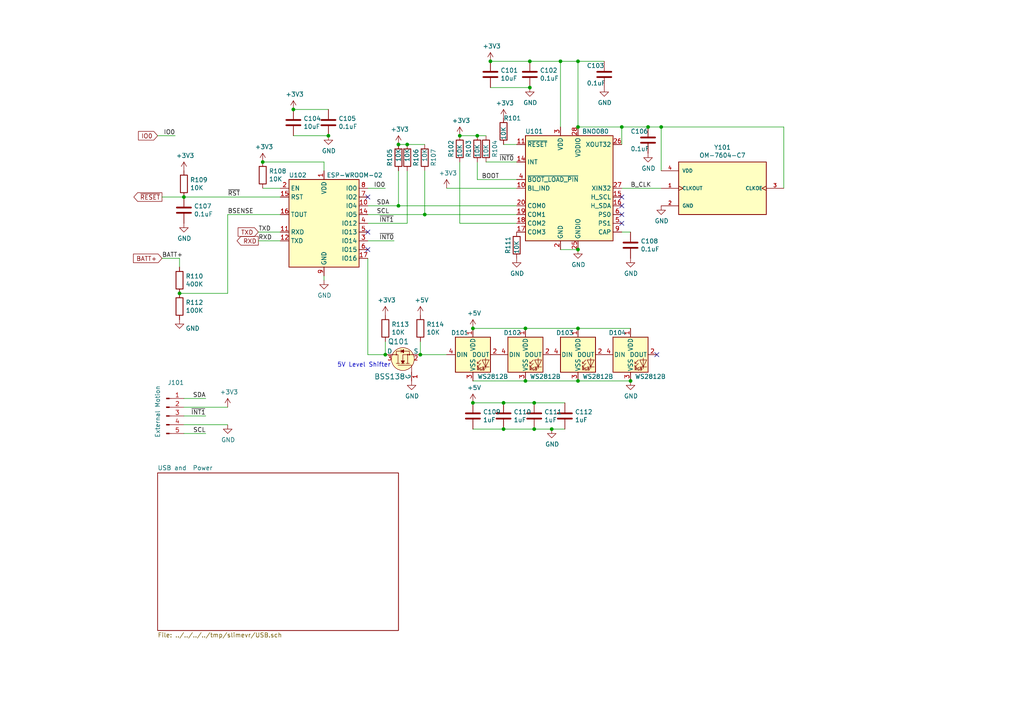
<source format=kicad_sch>
(kicad_sch (version 20230121) (generator eeschema)
  (paper "A4")
  (title_block (title "Slime VR Motion Tracker") (date "2022-01-10") (rev "0.9"))
  (lib_symbols
    (symbol "Device:C" (pin_numbers hide) (pin_names (offset 0.254))
      (property "Reference" "C" (at 0.635 2.54 0))
      (property "Value" "C" (at 0.635 -2.54 0))
      (symbol "C_0_1"
        (polyline (pts (xy -2.032 -0.762) (xy 2.032 -0.762)) (stroke (width 0.508)))
        (polyline (pts (xy -2.032 0.762) (xy 2.032 0.762)) (stroke (width 0.508)))
      )
      (symbol "C_1_1"
        (pin passive line (at 0 3.81 270) (length 2.794) (name "~") (number "1"))
        (pin passive line (at 0 -3.81 90) (length 2.794) (name "~") (number "2"))
      )
    )
    (symbol "Device:R" (pin_numbers hide) (pin_names (offset 0))
      (property "Reference" "R" (at 2.032 0 90))
      (property "Value" "R" (at 0 0 90))
      (symbol "R_0_1"
        (rectangle (start -1.016 -2.54) (end 1.016 2.54) (stroke (width 0.254)))
      )
      (symbol "R_1_1"
        (pin passive line (at 0 3.81 270) (length 1.27) (name "~") (number "1"))
        (pin passive line (at 0 -3.81 90) (length 1.27) (name "~") (number "2"))
      )
    )
    (symbol "LED:WS2812B" (pin_names (offset 0.254))
      (property "Reference" "D" (at 5.08 5.715 0))
      (property "Value" "WS2812B" (at 1.27 -5.715 0))
      (symbol "WS2812B_0_0"
        (text "RGB" (at 2.286 -4.191 0) (effects (font (size 0.762 0.762))))
      )
      (symbol "WS2812B_0_1"
        (polyline (pts (xy 1.27 -3.556) (xy 1.778 -3.556)))
        (polyline (pts (xy 1.27 -2.54) (xy 1.778 -2.54)))
        (polyline (pts (xy 4.699 -3.556) (xy 2.667 -3.556)))
        (polyline (pts (xy 2.286 -2.54) (xy 1.27 -3.556) (xy 1.27 -3.048)))
        (polyline (pts (xy 2.286 -1.524) (xy 1.27 -2.54) (xy 1.27 -2.032)))
        (polyline (pts (xy 3.683 -1.016) (xy 3.683 -3.556) (xy 3.683 -4.064)))
        (polyline (pts (xy 4.699 -1.524) (xy 2.667 -1.524) (xy 3.683 -3.556) (xy 4.699 -1.524)))
        (rectangle (start 5.08 5.08) (end -5.08 -5.08) (stroke (width 0.254)) (fill (type background)))
      )
      (symbol "WS2812B_1_1"
        (pin power_in line (at 0 7.62 270) (length 2.54) (name "VDD") (number "1"))
        (pin output line (at 7.62 0 180) (length 2.54) (name "DOUT") (number "2"))
        (pin power_in line (at 0 -7.62 90) (length 2.54) (name "VSS") (number "3"))
        (pin input line (at -7.62 0 0) (length 2.54) (name "DIN") (number "4"))
      )
    )
    (symbol "RF_Module:ESP-WROOM-02"
      (property "Reference" "U" (at -7.62 13.97 0))
      (property "Value" "ESP-WROOM-02" (at 10.16 13.97 0))
      (symbol "ESP-WROOM-02_0_1"
        (rectangle (start 10.16 12.7) (end -10.16 -12.7) (stroke (width 0.254)) (fill (type background)))
      )
      (symbol "ESP-WROOM-02_1_1"
        (pin power_in line (at 0 15.24 270) (length 2.54) (name "VDD") (number "1"))
        (pin bidirectional line (at 12.7 5.08 180) (length 2.54) (name "IO4") (number "10"))
        (pin bidirectional line (at -12.7 -2.54 0) (length 2.54) (name "RXD") (number "11"))
        (pin bidirectional line (at -12.7 -5.08 0) (length 2.54) (name "TXD") (number "12"))
        (pin passive line (at 0 -15.24 90) (length 2.54) hide (name "GND") (number "13"))
        (pin bidirectional line (at 12.7 2.54 180) (length 2.54) (name "IO5") (number "14"))
        (pin input line (at -12.7 7.62 0) (length 2.54) (name "RST") (number "15"))
        (pin input line (at -12.7 2.54 0) (length 2.54) (name "TOUT") (number "16"))
        (pin bidirectional line (at 12.7 -10.16 180) (length 2.54) (name "IO16") (number "17"))
        (pin passive line (at 0 -15.24 90) (length 2.54) hide (name "GND") (number "18"))
        (pin passive line (at 0 -15.24 90) (length 2.54) hide (name "GND") (number "19"))
        (pin input line (at -12.7 10.16 0) (length 2.54) (name "EN") (number "2"))
        (pin bidirectional line (at 12.7 -5.08 180) (length 2.54) (name "IO14") (number "3"))
        (pin bidirectional line (at 12.7 0 180) (length 2.54) (name "IO12") (number "4"))
        (pin bidirectional line (at 12.7 -2.54 180) (length 2.54) (name "IO13") (number "5"))
        (pin bidirectional line (at 12.7 -7.62 180) (length 2.54) (name "IO15") (number "6"))
        (pin bidirectional line (at 12.7 7.62 180) (length 2.54) (name "IO2") (number "7"))
        (pin bidirectional line (at 12.7 10.16 180) (length 2.54) (name "IO0") (number "8"))
        (pin power_in line (at 0 -15.24 90) (length 2.54) (name "GND") (number "9"))
      )
    )
    (symbol "power:+5V" (power) (pin_names (offset 0))
      (property "Value" "+5V" (at 0 3.556 0))
      (symbol "+5V_0_1"
        (polyline (pts (xy -0.762 1.27) (xy 0 2.54)))
        (polyline (pts (xy 0 0) (xy 0 2.54)))
        (polyline (pts (xy 0 2.54) (xy 0.762 1.27)))
      )
      (symbol "+5V_1_1"
        (pin power_in line (at 0 0 90) (length 0) hide (name "+5V") (number "1"))
      )
    )
    (symbol "power:GND" (power) (pin_names (offset 0))
      (property "Value" "GND" (at 0 -3.81 0))
      (symbol "GND_0_1"
        (polyline (pts (xy 0 0) (xy 0 -1.27) (xy 1.27 -1.27) (xy 0 -2.54) (xy -1.27 -1.27) (xy 0 -1.27)))
      )
      (symbol "GND_1_1"
        (pin power_in line (at 0 0 270) (length 0) hide (name "GND") (number "1"))
      )
    )
    (symbol "slimevr-rescue:+3.3V-power" (power) (pin_names (offset 0))
      (property "Value" "+3.3V-power" (at 0 3.556 0))
      (symbol "+3.3V-power_0_1"
        (polyline (pts (xy -0.762 1.27) (xy 0 2.54)))
        (polyline (pts (xy 0 0) (xy 0 2.54)))
        (polyline (pts (xy 0 2.54) (xy 0.762 1.27)))
      )
      (symbol "+3.3V-power_1_1"
        (pin power_in line (at 0 0 90) (length 0) hide (name "+3V3") (number "1"))
      )
    )
    (symbol "slimevr-rescue:BNO080-Aaron"
      (property "Reference" "U" (at -11.43 16.51 0))
      (property "Value" "Aaron_BNO080" (at 12.7 16.51 0))
      (symbol "BNO080-Aaron_0_1"
        (rectangle (start -12.7 15.24) (end 12.7 -15.24) (stroke (width 0.254)) (fill (type background)))
      )
      (symbol "BNO080-Aaron_1_1"
        (pin no_connect line (at -15.24 10.16 0) (length 2.54) hide (name "PIN1") (number "1"))
        (pin output line (at -15.24 0 0) (length 2.54) (name "BL_IND") (number "10"))
        (pin input line (at -15.24 12.7 0) (length 2.54) (name "~{RESET}") (number "11"))
        (pin no_connect line (at 15.24 10.16 180) (length 2.54) hide (name "NC") (number "12"))
        (pin no_connect line (at 15.24 7.62 180) (length 2.54) hide (name "NC") (number "13"))
        (pin output line (at -15.24 7.62 0) (length 2.54) (name "INT") (number "14"))
        (pin bidirectional line (at 15.24 -2.54 180) (length 2.54) (name "H_SCL") (number "15"))
        (pin bidirectional line (at 15.24 -5.08 180) (length 2.54) (name "H_SDA") (number "16"))
        (pin input line (at -15.24 -12.7 0) (length 2.54) (name "COM3") (number "17"))
        (pin bidirectional line (at -15.24 -10.16 0) (length 2.54) (name "COM2") (number "18"))
        (pin bidirectional line (at -15.24 -7.62 0) (length 2.54) (name "COM1") (number "19"))
        (pin power_in line (at -2.54 -17.78 90) (length 2.54) (name "GND") (number "2"))
        (pin bidirectional line (at -15.24 -5.08 0) (length 2.54) (name "COM0") (number "20"))
        (pin no_connect line (at 15.24 5.08 180) (length 2.54) hide (name "NC") (number "21"))
        (pin no_connect line (at 15.24 2.54 180) (length 2.54) hide (name "NC") (number "22"))
        (pin no_connect line (at -1.27 -2.54 180) (length 2.54) hide (name "NC") (number "23"))
        (pin no_connect line (at -1.27 -5.08 180) (length 2.54) hide (name "NC") (number "24"))
        (pin power_in line (at 2.54 -17.78 90) (length 2.54) (name "GNDIO") (number "25"))
        (pin output line (at 15.24 12.7 180) (length 2.54) (name "XOUT32") (number "26"))
        (pin input line (at 15.24 0 180) (length 2.54) (name "XIN32") (number "27"))
        (pin power_in line (at 2.54 17.78 270) (length 2.54) (name "VDDIO") (number "28"))
        (pin power_in line (at -2.54 17.78 270) (length 2.54) (name "VDD") (number "3"))
        (pin input line (at -15.24 2.54 0) (length 2.54) (name "~{BOOT_LOAD_PIN}") (number "4"))
        (pin input line (at 15.24 -10.16 180) (length 2.54) (name "PS1") (number "5"))
        (pin input line (at 15.24 -7.62 180) (length 2.54) (name "PS0") (number "6"))
        (pin no_connect line (at -15.24 5.08 0) (length 2.54) hide (name "PIN7") (number "7"))
        (pin no_connect line (at -15.24 -2.54 0) (length 2.54) hide (name "PIN8") (number "8"))
        (pin passive line (at 15.24 -12.7 180) (length 2.54) (name "CAP") (number "9"))
      )
    )
    (symbol "slimevr-rescue:BSS138-dk_Transistors-FETs-MOSFETs-Single" (pin_names (offset 0))
      (property "Reference" "Q" (at -2.6924 3.6322 0))
      (property "Value" "dk_Transistors-FETs-MOSFETs-Single_BSS138" (at 3.4544 0 90))
      (symbol "BSS138-dk_Transistors-FETs-MOSFETs-Single_0_1"
        (circle (center -1.27 0) (radius 3.302) (fill (type background)))
        (circle (center 0 -1.905) (radius 0.127))
        (circle (center 0 -1.397) (radius 0.127))
        (polyline (pts (xy 0 -1.397) (xy -2.54 -1.397)))
        (polyline (pts (xy -5.08 -2.54) (xy -3.048 -2.54) (xy -3.048 1.397)))
        (polyline (pts (xy 0 -2.54) (xy 0 0) (xy -2.54 0)))
        (polyline (pts (xy 0 2.54) (xy 0 1.397) (xy -2.54 1.397)))
        (polyline (pts (xy -0.127 -1.905) (xy 1.016 -1.905) (xy 1.016 1.397) (xy 1.016 1.905) (xy -0.127 1.905)))
        (circle (center 0 1.905) (radius 0.127))
      )
      (symbol "BSS138-dk_Transistors-FETs-MOSFETs-Single_1_1"
        (polyline (pts (xy -2.54 -1.397) (xy -2.54 -1.905)))
        (polyline (pts (xy -2.54 -1.397) (xy -2.54 -0.889)))
        (polyline (pts (xy -2.54 0) (xy -2.54 -0.508)))
        (polyline (pts (xy -2.54 0) (xy -2.54 0.508)))
        (polyline (pts (xy -2.54 1.905) (xy -2.54 0.889)))
        (polyline (pts (xy 1.524 0.508) (xy 0.508 0.508)))
        (polyline (pts (xy -2.54 0) (xy -1.778 0.508) (xy -1.778 -0.508) (xy -2.54 0)) (fill (type outline)))
        (polyline (pts (xy 1.016 0.508) (xy 0.508 -0.254) (xy 1.524 -0.254) (xy 1.016 0.508)) (fill (type outline)))
        (pin bidirectional line (at -7.62 -2.54 0) (length 2.54) (name "G") (number "1"))
        (pin bidirectional line (at 0 -5.08 90) (length 2.54) (name "S") (number "2"))
        (pin bidirectional line (at 0 5.08 270) (length 2.54) (name "D") (number "3"))
      )
    )
    (symbol "slimevr-rescue:Conn_01x05_Male-Connector" (pin_names (offset 1.016) hide)
      (property "Reference" "J" (at 0 7.62 0))
      (property "Value" "Connector_Conn_01x05_Male" (at 0 -7.62 0))
      (symbol "Conn_01x05_Male-Connector_1_1"
        (polyline (pts (xy 1.27 -5.08) (xy 0.8636 -5.08)) (stroke (width 0.1524)))
        (polyline (pts (xy 1.27 -2.54) (xy 0.8636 -2.54)) (stroke (width 0.1524)))
        (polyline (pts (xy 1.27 0) (xy 0.8636 0)) (stroke (width 0.1524)))
        (polyline (pts (xy 1.27 2.54) (xy 0.8636 2.54)) (stroke (width 0.1524)))
        (polyline (pts (xy 1.27 5.08) (xy 0.8636 5.08)) (stroke (width 0.1524)))
        (rectangle (start 0.8636 -4.953) (end 0 -5.207) (stroke (width 0.1524)) (fill (type outline)))
        (rectangle (start 0.8636 -2.413) (end 0 -2.667) (stroke (width 0.1524)) (fill (type outline)))
        (rectangle (start 0.8636 0.127) (end 0 -0.127) (stroke (width 0.1524)) (fill (type outline)))
        (rectangle (start 0.8636 2.667) (end 0 2.413) (stroke (width 0.1524)) (fill (type outline)))
        (rectangle (start 0.8636 5.207) (end 0 4.953) (stroke (width 0.1524)) (fill (type outline)))
        (pin passive line (at 5.08 5.08 180) (length 3.81) (name "Pin_1") (number "1"))
        (pin passive line (at 5.08 2.54 180) (length 3.81) (name "Pin_2") (number "2"))
        (pin passive line (at 5.08 0 180) (length 3.81) (name "Pin_3") (number "3"))
        (pin passive line (at 5.08 -2.54 180) (length 3.81) (name "Pin_4") (number "4"))
        (pin passive line (at 5.08 -5.08 180) (length 3.81) (name "Pin_5") (number "5"))
      )
    )
    (symbol "slimevr-rescue:OM-7604-C7-Aaron" (pin_names (offset 1.016))
      (property "Reference" "Y" (at -12.7 8.89 0))
      (property "Value" "Aaron_OM-7604-C7" (at -12.7254 -10.1854 0))
      (symbol "OM-7604-C7-Aaron_0_0"
        (rectangle (start -12.7 -7.62) (end 12.7 7.62) (stroke (width 0.254)) (fill (type background)))
        (pin output clock (at 17.78 0 180) (length 5.08) (name "CLKOUT") (number "1"))
        (pin power_in line (at 17.78 -5.08 180) (length 5.08) (name "GND") (number "2"))
        (pin input clock (at -17.78 0 0) (length 5.08) (name "CLKOE") (number "3"))
        (pin power_in line (at 17.78 5.08 180) (length 5.08) (name "VDD") (number "4"))
      )
    )
  )
  (junction (at 115.57 59.69))
  (junction (at 146.05 116.84))
  (junction (at 123.19 62.23))
  (junction (at 76.2 46.99))
  (junction (at 121.92 102.87))
  (junction (at 167.64 17.78))
  (junction (at 152.4 95.25))
  (junction (at 137.16 116.84))
  (junction (at 133.35 39.37))
  (junction (at 154.94 124.46))
  (junction (at 153.67 25.4))
  (junction (at 85.09 31.75))
  (junction (at 182.88 110.49))
  (junction (at 191.77 36.83))
  (junction (at 138.43 39.37))
  (junction (at 118.11 41.91))
  (junction (at 152.4 110.49))
  (junction (at 160.02 124.46))
  (junction (at 167.64 72.39))
  (junction (at 162.56 17.78))
  (junction (at 146.05 124.46))
  (junction (at 137.16 95.25))
  (junction (at 111.76 102.87))
  (junction (at 52.07 85.09))
  (junction (at 180.34 36.83))
  (junction (at 154.94 116.84))
  (junction (at 187.96 36.83))
  (junction (at 167.64 110.49))
  (junction (at 95.25 39.37))
  (junction (at 167.64 95.25))
  (junction (at 153.67 17.78))
  (junction (at 167.64 36.83))
  (junction (at 53.34 57.15))
  (junction (at 115.57 41.91))
  (junction (at 142.24 17.78))
  (no_connect (at 106.68 57.15))
  (no_connect (at 190.5 102.87))
  (no_connect (at 180.34 64.77))
  (no_connect (at 180.34 59.69))
  (no_connect (at 180.34 62.23))
  (no_connect (at 106.68 72.39))
  (no_connect (at 106.68 67.31))
  (no_connect (at 180.34 57.15))
  (wire (pts (xy 115.57 59.69) (xy 106.68 59.69)))
  (wire (pts (xy 52.07 74.93) (xy 52.07 77.47)))
  (wire (pts (xy 76.2 46.99) (xy 93.98 46.99)))
  (wire (pts (xy 115.57 41.91) (xy 118.11 41.91)))
  (wire (pts (xy 137.16 116.84) (xy 146.05 116.84)))
  (wire (pts (xy 149.86 59.69) (xy 115.57 59.69)))
  (wire (pts (xy 146.05 41.91) (xy 149.86 41.91)))
  (wire (pts (xy 180.34 36.83) (xy 187.96 36.83)))
  (wire (pts (xy 137.16 110.49) (xy 152.4 110.49)))
  (wire (pts (xy 106.68 69.85) (xy 114.3 69.85)))
  (wire (pts (xy 133.35 46.99) (xy 133.35 64.77)))
  (wire (pts (xy 106.68 54.61) (xy 111.76 54.61)))
  (wire (pts (xy 123.19 62.23) (xy 123.19 49.53)))
  (wire (pts (xy 180.34 41.91) (xy 180.34 36.83)))
  (wire (pts (xy 121.92 102.87) (xy 121.92 99.06)))
  (wire (pts (xy 106.68 102.87) (xy 111.76 102.87)))
  (wire (pts (xy 137.16 124.46) (xy 146.05 124.46)))
  (wire (pts (xy 66.04 62.23) (xy 81.28 62.23)))
  (wire (pts (xy 66.04 85.09) (xy 66.04 62.23)))
  (wire (pts (xy 106.68 62.23) (xy 123.19 62.23)))
  (wire (pts (xy 152.4 95.25) (xy 137.16 95.25)))
  (wire (pts (xy 138.43 39.37) (xy 140.97 39.37)))
  (wire (pts (xy 85.09 39.37) (xy 95.25 39.37)))
  (wire (pts (xy 53.34 57.15) (xy 46.99 57.15)))
  (wire (pts (xy 59.69 120.65) (xy 53.34 120.65)))
  (wire (pts (xy 191.77 36.83) (xy 227.33 36.83)))
  (wire (pts (xy 74.93 69.85) (xy 81.28 69.85)))
  (wire (pts (xy 133.35 64.77) (xy 149.86 64.77)))
  (wire (pts (xy 106.68 64.77) (xy 118.11 64.77)))
  (wire (pts (xy 93.98 46.99) (xy 93.98 49.53)))
  (wire (pts (xy 182.88 67.31) (xy 180.34 67.31)))
  (wire (pts (xy 160.02 124.46) (xy 163.83 124.46)))
  (wire (pts (xy 149.86 52.07) (xy 138.43 52.07)))
  (wire (pts (xy 152.4 110.49) (xy 167.64 110.49)))
  (wire (pts (xy 106.68 74.93) (xy 106.68 102.87)))
  (wire (pts (xy 182.88 95.25) (xy 167.64 95.25)))
  (wire (pts (xy 118.11 41.91) (xy 123.19 41.91)))
  (wire (pts (xy 115.57 49.53) (xy 115.57 59.69)))
  (wire (pts (xy 81.28 57.15) (xy 53.34 57.15)))
  (wire (pts (xy 191.77 36.83) (xy 191.77 49.53)))
  (wire (pts (xy 167.64 110.49) (xy 182.88 110.49)))
  (wire (pts (xy 123.19 62.23) (xy 149.86 62.23)))
  (wire (pts (xy 154.94 116.84) (xy 163.83 116.84)))
  (wire (pts (xy 146.05 116.84) (xy 154.94 116.84)))
  (wire (pts (xy 53.34 125.73) (xy 59.69 125.73)))
  (wire (pts (xy 167.64 95.25) (xy 152.4 95.25)))
  (wire (pts (xy 140.97 46.99) (xy 149.86 46.99)))
  (wire (pts (xy 85.09 31.75) (xy 95.25 31.75)))
  (wire (pts (xy 180.34 54.61) (xy 191.77 54.61)))
  (wire (pts (xy 76.2 54.61) (xy 81.28 54.61)))
  (wire (pts (xy 162.56 17.78) (xy 162.56 36.83)))
  (wire (pts (xy 53.34 118.11) (xy 66.04 118.11)))
  (wire (pts (xy 142.24 25.4) (xy 153.67 25.4)))
  (wire (pts (xy 146.05 124.46) (xy 154.94 124.46)))
  (wire (pts (xy 53.34 123.19) (xy 66.04 123.19)))
  (wire (pts (xy 93.98 81.28) (xy 93.98 80.01)))
  (wire (pts (xy 138.43 52.07) (xy 138.43 46.99)))
  (wire (pts (xy 187.96 36.83) (xy 191.77 36.83)))
  (wire (pts (xy 142.24 17.78) (xy 153.67 17.78)))
  (wire (pts (xy 46.99 74.93) (xy 52.07 74.93)))
  (wire (pts (xy 53.34 115.57) (xy 59.69 115.57)))
  (wire (pts (xy 162.56 17.78) (xy 167.64 17.78)))
  (wire (pts (xy 52.07 85.09) (xy 66.04 85.09)))
  (wire (pts (xy 227.33 36.83) (xy 227.33 54.61)))
  (wire (pts (xy 111.76 102.87) (xy 111.76 99.06)))
  (wire (pts (xy 167.64 72.39) (xy 162.56 72.39)))
  (wire (pts (xy 81.28 67.31) (xy 74.93 67.31)))
  (wire (pts (xy 45.72 39.37) (xy 50.8 39.37)))
  (wire (pts (xy 133.35 39.37) (xy 138.43 39.37)))
  (wire (pts (xy 154.94 124.46) (xy 160.02 124.46)))
  (wire (pts (xy 153.67 17.78) (xy 162.56 17.78)))
  (wire (pts (xy 129.54 102.87) (xy 121.92 102.87)))
  (wire (pts (xy 129.54 54.61) (xy 149.86 54.61)))
  (wire (pts (xy 118.11 49.53) (xy 118.11 64.77)))
  (wire (pts (xy 167.64 36.83) (xy 180.34 36.83)))
  (wire (pts (xy 167.64 17.78) (xy 175.26 17.78)))
  (wire (pts (xy 167.64 17.78) (xy 167.64 36.83)))
  (text "5V Level Shifter" (at 97.79 106.68 0) (effects (font (size 1.27 1.27)) (justify left bottom)))
  (label "~{INT0}" (at 144.78 46.99 0))
  (label "SCL" (at 59.69 125.73 180))
  (label "BSENSE" (at 66.04 62.23 0))
  (label "~{RST}" (at 66.04 57.15 0))
  (label "IO0" (at 50.8 39.37 180))
  (label "SCL" (at 109.22 62.23 0))
  (label "SDA" (at 59.69 115.57 180))
  (label "BATT+" (at 46.99 74.93 0))
  (label "~{INT1}" (at 114.3 64.77 180))
  (label "~{INT0}" (at 114.3 69.85 180))
  (label "RXD" (at 74.93 69.85 0))
  (label "B_CLK" (at 182.88 54.61 0))
  (label "BOOT" (at 139.7 52.07 0))
  (label "~{INT1}" (at 59.69 120.65 180))
  (label "SDA" (at 109.22 59.69 0))
  (label "TXD" (at 74.93 67.31 0))
  (label "IO0" (at 111.76 54.61 180))
  (global_label "~{RESET}" (shape output) (at 46.99 57.15 180) (property "Intersheetrefs" "${INTERSHEET_REFS}" (effects hide)))
  (global_label "BATT+" (shape input) (at 46.99 74.93 180) (property "Intersheetrefs" "${INTERSHEET_REFS}" (effects hide)))
  (global_label "RXD" (shape output) (at 74.93 69.85 180) (property "Intersheetrefs" "${INTERSHEET_REFS}" (effects hide)))
  (global_label "IO0" (shape input) (at 45.72 39.37 180) (property "Intersheetrefs" "${INTERSHEET_REFS}" (effects hide)))
  (global_label "TXD" (shape input) (at 74.93 67.31 180) (property "Intersheetrefs" "${INTERSHEET_REFS}" (effects hide)))
  (symbol (lib_id "slimevr-rescue:+3.3V-power") (at 129.54 54.61 0) (unit 1)
    (property "Reference" "#PWR0128" (effects hide))
    (property "Value" "+3.3V" (at 129.921 50.2158 0))
  )
  (symbol (lib_id "RF_Module:ESP-WROOM-02") (at 93.98 64.77 0) (unit 1)
    (property "Reference" "U102" (at 86.36 50.8 0))
    (property "Value" "ESP-WROOM-02" (at 102.87 50.8 0))
    (property "Footprint" "RF_Module:ESP-WROOM-02" (effects hide))
    (property "Datasheet" "https://www.espressif.com/sites/default/files/documentation/0c-esp-wroom-02_datasheet_en.pdf" (effects hide))
    (property "MFR" "-" (effects hide))
    (property "MPN" "-" (effects hide))
    (property "SPR" "-" (effects hide))
    (property "SPN" "-" (effects hide))
    (property "SPURL" "-" (effects hide))
    (property "DESC" "-" (effects hide))
  )
  (symbol (lib_id "Device:R") (at 115.57 45.72 0) (unit 1)
    (property "Reference" "R105" (at 113.03 48.26 90) (effects (justify left)))
    (property "Value" "10K" (at 115.57 46.99 90) (effects (justify left)))
    (property "Footprint" "Resistor_SMD:R_0603_1608Metric" (effects hide))
    (property "MFR" "Yageo" (effects hide))
    (property "MPN" "RC0603FR-0710KL" (effects hide))
    (property "SPR" "Digikey" (effects hide))
    (property "SPN" "311-10.0KHRCT-ND" (effects hide))
    (property "SPURL" "-" (effects hide))
    (property "DESC" "-" (effects hide))
  )
  (symbol (lib_id "Device:R") (at 123.19 45.72 0) (unit 1)
    (property "Reference" "R107" (at 125.73 48.26 90) (effects (justify left)))
    (property "Value" "10K" (at 123.19 46.99 90) (effects (justify left)))
    (property "Footprint" "Resistor_SMD:R_0603_1608Metric" (effects hide))
    (property "MFR" "Yageo" (effects hide))
    (property "MPN" "RC0603FR-0710KL" (effects hide))
    (property "SPR" "Digikey" (effects hide))
    (property "SPN" "311-10.0KHRCT-ND" (effects hide))
    (property "SPURL" "-" (effects hide))
    (property "DESC" "-" (effects hide))
  )
  (symbol (lib_id "slimevr-rescue:+3.3V-power") (at 76.2 46.99 0) (unit 1)
    (property "Reference" "#PWR0110" (effects hide))
    (property "Value" "+3.3V" (at 76.581 42.5958 0))
  )
  (symbol (lib_id "Device:R") (at 52.07 88.9 0) (unit 1)
    (property "Reference" "R112" (at 53.848 87.7316 0) (effects (justify left)))
    (property "Value" "100K" (at 53.848 90.043 0) (effects (justify left)))
    (property "Footprint" "Resistor_SMD:R_0603_1608Metric" (effects hide))
    (property "MFR" "Yageo" (effects hide))
    (property "MPN" "AC0603FR-07100KL" (effects hide))
    (property "SPR" "Digikey" (effects hide))
    (property "SPN" "311-100KLDCT-ND" (effects hide))
    (property "SPURL" "-" (effects hide))
    (property "DESC" "-" (effects hide))
  )
  (symbol (lib_id "Device:R") (at 52.07 81.28 0) (unit 1)
    (property "Reference" "R110" (at 53.848 80.1116 0) (effects (justify left)))
    (property "Value" "400K" (at 53.848 82.423 0) (effects (justify left)))
    (property "Footprint" "Resistor_SMD:R_0603_1608Metric" (effects hide))
    (property "MFR" "-" (effects hide))
    (property "MPN" "-" (effects hide))
    (property "SPR" "-" (effects hide))
    (property "SPN" "-" (effects hide))
    (property "SPURL" "-" (effects hide))
    (property "DESC" "-" (effects hide))
  )
  (symbol (lib_id "power:GND") (at 93.98 81.28 0) (unit 1)
    (property "Reference" "#PWR0117" (effects hide))
    (property "Value" "GND" (at 94.107 85.6742 0))
  )
  (symbol (lib_id "power:GND") (at 52.07 92.71 0) (unit 1)
    (property "Reference" "#PWR0118" (effects hide))
    (property "Value" "GND" (at 55.88 95.25 0))
  )
  (symbol (lib_id "Device:R") (at 53.34 53.34 0) (unit 1)
    (property "Reference" "R109" (at 55.118 52.1716 0) (effects (justify left)))
    (property "Value" "10K" (at 55.118 54.483 0) (effects (justify left)))
    (property "Footprint" "Resistor_SMD:R_0603_1608Metric" (effects hide))
    (property "MFR" "Yageo" (effects hide))
    (property "MPN" "RC0603FR-0710KL" (effects hide))
    (property "SPR" "Digikey" (effects hide))
    (property "SPN" "311-10.0KHRCT-ND" (effects hide))
    (property "SPURL" "-" (effects hide))
    (property "DESC" "-" (effects hide))
  )
  (symbol (lib_id "Device:C") (at 53.34 60.96 0) (unit 1)
    (property "Reference" "C107" (at 56.261 59.7916 0) (effects (justify left)))
    (property "Value" "0.1uF" (at 56.261 62.103 0) (effects (justify left)))
    (property "Footprint" "Capacitor_SMD:C_0603_1608Metric" (effects hide))
    (property "MFR" "Murata Electronics" (effects hide))
    (property "MPN" "GCM188R71H104KA57D" (effects hide))
    (property "SPR" "Digikey" (effects hide))
    (property "SPN" "490-4779-1-ND" (effects hide))
    (property "SPURL" "-" (effects hide))
    (property "DESC" "-" (effects hide))
  )
  (symbol (lib_id "power:GND") (at 53.34 64.77 0) (unit 1)
    (property "Reference" "#PWR0113" (effects hide))
    (property "Value" "GND" (at 53.467 69.1642 0))
  )
  (symbol (lib_id "slimevr-rescue:+3.3V-power") (at 53.34 49.53 0) (unit 1)
    (property "Reference" "#PWR0111" (effects hide))
    (property "Value" "+3.3V" (at 53.721 45.1358 0))
  )
  (symbol (lib_id "Device:R") (at 76.2 50.8 0) (unit 1)
    (property "Reference" "R108" (at 77.978 49.6316 0) (effects (justify left)))
    (property "Value" "10K" (at 77.978 51.943 0) (effects (justify left)))
    (property "Footprint" "Resistor_SMD:R_0603_1608Metric" (effects hide))
    (property "MFR" "Yageo" (effects hide))
    (property "MPN" "RC0603FR-0710KL" (effects hide))
    (property "SPR" "Digikey" (effects hide))
    (property "SPN" "311-10.0KHRCT-ND" (effects hide))
    (property "SPURL" "-" (effects hide))
    (property "DESC" "-" (effects hide))
  )
  (symbol (lib_id "slimevr-rescue:+3.3V-power") (at 115.57 41.91 0) (unit 1)
    (property "Reference" "#PWR0108" (effects hide))
    (property "Value" "+3.3V" (at 115.951 37.5158 0))
  )
  (symbol (lib_id "Device:C") (at 95.25 35.56 0) (unit 1)
    (property "Reference" "C105" (at 98.171 34.3916 0) (effects (justify left)))
    (property "Value" "0.1uF" (at 98.171 36.703 0) (effects (justify left)))
    (property "Footprint" "Capacitor_SMD:C_0603_1608Metric" (effects hide))
    (property "MFR" "Murata Electronics" (effects hide))
    (property "MPN" "GCM188R71H104KA57D" (effects hide))
    (property "SPR" "Digikey" (effects hide))
    (property "SPN" "490-4779-1-ND" (effects hide))
    (property "SPURL" "-" (effects hide))
    (property "DESC" "-" (effects hide))
  )
  (symbol (lib_id "Device:C") (at 85.09 35.56 0) (unit 1)
    (property "Reference" "C104" (at 88.011 34.3916 0) (effects (justify left)))
    (property "Value" "10uF" (at 88.011 36.703 0) (effects (justify left)))
    (property "Footprint" "Capacitor_SMD:C_0603_1608Metric" (effects hide))
    (property "MFR" "Murata Electronics" (effects hide))
    (property "MPN" "GRT188R61E106ME13D" (effects hide))
    (property "SPR" "Digikey" (effects hide))
    (property "SPN" "490-12323-1-ND" (effects hide))
    (property "SPURL" "-" (effects hide))
    (property "DESC" "-" (effects hide))
  )
  (symbol (lib_id "slimevr-rescue:+3.3V-power") (at 85.09 31.75 0) (unit 1)
    (property "Reference" "#PWR0104" (effects hide))
    (property "Value" "+3.3V" (at 85.471 27.3558 0))
  )
  (symbol (lib_id "power:GND") (at 95.25 39.37 0) (unit 1)
    (property "Reference" "#PWR0106" (effects hide))
    (property "Value" "GND" (at 95.377 43.7642 0))
  )
  (symbol (lib_id "Device:R") (at 140.97 43.18 0) (unit 1)
    (property "Reference" "R104" (at 143.51 45.72 90) (effects (justify left)))
    (property "Value" "10K" (at 140.97 45.72 90) (effects (justify left)))
    (property "Footprint" "Resistor_SMD:R_0603_1608Metric" (effects hide))
    (property "MFR" "Yageo" (effects hide))
    (property "MPN" "RC0603FR-0710KL" (effects hide))
    (property "SPR" "Digikey" (effects hide))
    (property "SPN" "311-10.0KHRCT-ND" (effects hide))
    (property "SPURL" "-" (effects hide))
    (property "DESC" "-" (effects hide))
  )
  (symbol (lib_id "slimevr-rescue:+3.3V-power") (at 133.35 39.37 0) (unit 1)
    (property "Reference" "#PWR0107" (effects hide))
    (property "Value" "+3.3V" (at 133.731 34.9758 0))
  )
  (symbol (lib_id "Device:C") (at 153.67 21.59 0) (unit 1)
    (property "Reference" "C102" (at 156.591 20.4216 0) (effects (justify left)))
    (property "Value" "0.1uF" (at 156.591 22.733 0) (effects (justify left)))
    (property "Footprint" "Capacitor_SMD:C_0603_1608Metric" (effects hide))
    (property "MFR" "Murata Electronics" (effects hide))
    (property "MPN" "GCM188R71H104KA57D" (effects hide))
    (property "SPR" "Digikey" (effects hide))
    (property "SPN" "490-4779-1-ND" (effects hide))
    (property "SPURL" "-" (effects hide))
    (property "DESC" "-" (effects hide))
  )
  (symbol (lib_id "Device:C") (at 142.24 21.59 0) (unit 1)
    (property "Reference" "C101" (at 145.161 20.4216 0) (effects (justify left)))
    (property "Value" "10uF" (at 145.161 22.733 0) (effects (justify left)))
    (property "Footprint" "Capacitor_SMD:C_0603_1608Metric" (effects hide))
    (property "MFR" "Murata Electronics" (effects hide))
    (property "MPN" "GRT188R61E106ME13D" (effects hide))
    (property "SPR" "Digikey" (effects hide))
    (property "SPN" "490-12323-1-ND" (effects hide))
    (property "SPURL" "-" (effects hide))
    (property "DESC" "-" (effects hide))
  )
  (symbol (lib_id "slimevr-rescue:+3.3V-power") (at 142.24 17.78 0) (unit 1)
    (property "Reference" "#PWR0101" (effects hide))
    (property "Value" "+3.3V" (at 142.621 13.3858 0))
  )
  (symbol (lib_id "power:GND") (at 153.67 25.4 0) (unit 1)
    (property "Reference" "#PWR0102" (effects hide))
    (property "Value" "GND" (at 153.797 29.7942 0))
  )
  (symbol (lib_id "Device:R") (at 138.43 43.18 0) (unit 1)
    (property "Reference" "R103" (at 135.89 45.72 90) (effects (justify left)))
    (property "Value" "10K" (at 138.43 45.72 90) (effects (justify left)))
    (property "Footprint" "Resistor_SMD:R_0603_1608Metric" (effects hide))
    (property "MFR" "Yageo" (effects hide))
    (property "MPN" "RC0603FR-0710KL" (effects hide))
    (property "SPR" "Digikey" (effects hide))
    (property "SPN" "311-10.0KHRCT-ND" (effects hide))
    (property "SPURL" "-" (effects hide))
    (property "DESC" "-" (effects hide))
  )
  (symbol (lib_id "Device:R") (at 133.35 43.18 0) (unit 1)
    (property "Reference" "R102" (at 130.81 45.72 90) (effects (justify left)))
    (property "Value" "10K" (at 133.35 45.72 90) (effects (justify left)))
    (property "Footprint" "Resistor_SMD:R_0603_1608Metric" (effects hide))
    (property "MFR" "Yageo" (effects hide))
    (property "MPN" "RC0603FR-0710KL" (effects hide))
    (property "SPR" "Digikey" (effects hide))
    (property "SPN" "311-10.0KHRCT-ND" (effects hide))
    (property "SPURL" "-" (effects hide))
    (property "DESC" "-" (effects hide))
  )
  (symbol (lib_id "Device:R") (at 149.86 71.12 0) (unit 1)
    (property "Reference" "R111" (at 147.32 73.66 90) (effects (justify left)))
    (property "Value" "10K" (at 149.86 73.66 90) (effects (justify left)))
    (property "Footprint" "Resistor_SMD:R_0603_1608Metric" (effects hide))
    (property "MFR" "Yageo" (effects hide))
    (property "MPN" "RC0603FR-0710KL" (effects hide))
    (property "SPR" "Digikey" (effects hide))
    (property "SPN" "311-10.0KHRCT-ND" (effects hide))
    (property "SPURL" "-" (effects hide))
    (property "DESC" "-" (effects hide))
  )
  (symbol (lib_id "power:GND") (at 149.86 74.93 0) (unit 1)
    (property "Reference" "#PWR0115" (effects hide))
    (property "Value" "GND" (at 149.987 79.3242 0))
  )
  (symbol (lib_id "power:GND") (at 167.64 72.39 0) (unit 1)
    (property "Reference" "#PWR0114" (effects hide))
    (property "Value" "GND" (at 167.767 76.7842 0))
  )
  (symbol (lib_id "Device:C") (at 182.88 71.12 0) (unit 1)
    (property "Reference" "C108" (at 185.801 69.9516 0) (effects (justify left)))
    (property "Value" "0.1uF" (at 185.801 72.263 0) (effects (justify left)))
    (property "Footprint" "Capacitor_SMD:C_0603_1608Metric" (effects hide))
    (property "MFR" "Murata Electronics" (effects hide))
    (property "MPN" "GCM188R71H104KA57D" (effects hide))
    (property "SPR" "Digikey" (effects hide))
    (property "SPN" "490-4779-1-ND" (effects hide))
    (property "SPURL" "-" (effects hide))
    (property "DESC" "-" (effects hide))
  )
  (symbol (lib_id "power:GND") (at 182.88 74.93 0) (unit 1)
    (property "Reference" "#PWR0116" (effects hide))
    (property "Value" "GND" (at 183.007 79.3242 0))
  )
  (symbol (lib_id "Device:R") (at 146.05 38.1 0) (unit 1)
    (property "Reference" "R101" (at 146.05 34.29 0) (effects (justify left)))
    (property "Value" "10K" (at 146.05 40.64 90) (effects (justify left)))
    (property "Footprint" "Resistor_SMD:R_0603_1608Metric" (effects hide))
    (property "MFR" "Yageo" (effects hide))
    (property "MPN" "RC0603FR-0710KL" (effects hide))
    (property "SPR" "Digikey" (effects hide))
    (property "SPN" "311-10.0KHRCT-ND" (effects hide))
    (property "SPURL" "-" (effects hide))
    (property "DESC" "-" (effects hide))
  )
  (symbol (lib_id "slimevr-rescue:+3.3V-power") (at 146.05 34.29 0) (unit 1)
    (property "Reference" "#PWR0105" (effects hide))
    (property "Value" "+3.3V" (at 146.431 29.8958 0))
  )
  (symbol (lib_id "slimevr-rescue:BNO080-Aaron") (at 165.1 54.61 0) (unit 1)
    (property "Reference" "U101" (at 154.94 38.1 0))
    (property "Value" "BNO080" (at 172.72 38.1 0))
    (property "Footprint" "Package_LGA:LGA-28_5.2x3.8mm_P0.5mm" (effects hide))
    (property "Datasheet" "https://www.ceva-dsp.com/wp-content/uploads/2019/10/BNO080_085-Datasheet.pdf" (effects hide))
    (property "MFR" "-" (effects hide))
    (property "MPN" "-" (effects hide))
    (property "SPR" "-" (effects hide))
    (property "SPN" "-" (effects hide))
    (property "SPURL" "-" (effects hide))
    (property "DESC" "-" (effects hide))
  )
  (symbol (lib_id "slimevr-rescue:BSS138-dk_Transistors-FETs-MOSFETs-Single") (at 116.84 102.87 90) (unit 1)
    (property "Reference" "Q101" (at 115.57 99.06 90) (effects (font (size 1.524 1.524))))
    (property "Value" "BSS138" (at 113.03 109.22 90) (effects (font (size 1.524 1.524))))
    (property "Footprint" "Package_TO_SOT_SMD:SOT-23" (effects hide))
    (property "Datasheet" "https://www.onsemi.com/pub/Collateral/BSS138-D.PDF" (effects hide))
    (property "Digi-Key_PN" "BSS138CT-ND" (effects hide))
    (property "MPN" "BSS138" (effects hide))
    (property "Category" "Discrete Semiconductor Products" (effects hide))
    (property "Family" "Transistors - FETs, MOSFETs - Single" (effects hide))
    (property "DK_Datasheet_Link" "https://www.onsemi.com/pub/Collateral/BSS138-D.PDF" (effects hide))
    (property "DK_Detail_Page" "/product-detail/en/on-semiconductor/BSS138/BSS138CT-ND/244294" (effects hide))
    (property "Description" "MOSFET N-CH 50V 220MA SOT-23" (effects hide))
    (property "Manufacturer" "ON Semiconductor" (effects hide))
    (property "Status" "Active" (effects hide))
    (property "MFR" "ON Semiconductor" (effects hide))
    (property "SPR" "Digikey" (effects hide))
    (property "SPN" "BSS138CT-ND" (effects hide))
    (property "SPURL" "-" (effects hide))
    (property "DESC" "-" (effects hide))
  )
  (symbol (lib_id "Device:R") (at 111.76 95.25 0) (unit 1)
    (property "Reference" "R113" (at 113.538 94.0816 0) (effects (justify left)))
    (property "Value" "10K" (at 113.538 96.393 0) (effects (justify left)))
    (property "Footprint" "Resistor_SMD:R_0603_1608Metric" (effects hide))
    (property "MFR" "Yageo" (effects hide))
    (property "MPN" "RC0603FR-0710KL" (effects hide))
    (property "SPR" "Digikey" (effects hide))
    (property "SPN" "311-10.0KHRCT-ND" (effects hide))
    (property "SPURL" "-" (effects hide))
    (property "DESC" "-" (effects hide))
  )
  (symbol (lib_id "Device:R") (at 121.92 95.25 0) (unit 1)
    (property "Reference" "R114" (at 123.698 94.0816 0) (effects (justify left)))
    (property "Value" "10K" (at 123.698 96.393 0) (effects (justify left)))
    (property "Footprint" "Resistor_SMD:R_0603_1608Metric" (effects hide))
    (property "MFR" "Yageo" (effects hide))
    (property "MPN" "RC0603FR-0710KL" (effects hide))
    (property "SPR" "Digikey" (effects hide))
    (property "SPN" "311-10.0KHRCT-ND" (effects hide))
    (property "SPURL" "-" (effects hide))
    (property "DESC" "-" (effects hide))
  )
  (symbol (lib_id "slimevr-rescue:+3.3V-power") (at 111.76 91.44 0) (unit 1)
    (property "Reference" "#PWR0119" (effects hide))
    (property "Value" "+3.3V" (at 112.141 87.0458 0))
  )
  (symbol (lib_id "power:+5V") (at 121.92 91.44 0) (unit 1)
    (property "Reference" "#PWR0120" (effects hide))
    (property "Value" "+5V" (at 122.301 87.0458 0))
  )
  (symbol (lib_id "power:GND") (at 119.38 110.49 0) (unit 1)
    (property "Reference" "#PWR0124" (effects hide))
    (property "Value" "GND" (at 119.507 114.8842 0))
  )
  (symbol (lib_id "LED:WS2812B") (at 137.16 102.87 0) (unit 1)
    (property "Reference" "D101" (at 130.81 96.52 0) (effects (justify left)))
    (property "Value" "WS2812B" (at 138.43 109.22 0) (effects (justify left)))
    (property "Footprint" "LED_SMD:LED_WS2812B_PLCC4_5.0x5.0mm_P3.2mm" (effects hide))
    (property "Datasheet" "https://cdn-shop.adafruit.com/datasheets/WS2812B.pdf" (effects hide))
    (property "MFR" "-" (effects hide))
    (property "MPN" "-" (effects hide))
    (property "SPR" "-" (effects hide))
    (property "SPN" "-" (effects hide))
    (property "SPURL" "-" (effects hide))
    (property "DESC" "-" (effects hide))
  )
  (symbol (lib_id "LED:WS2812B") (at 152.4 102.87 0) (unit 1)
    (property "Reference" "D102" (at 146.05 96.52 0) (effects (justify left)))
    (property "Value" "WS2812B" (at 153.67 109.22 0) (effects (justify left)))
    (property "Footprint" "LED_SMD:LED_WS2812B_PLCC4_5.0x5.0mm_P3.2mm" (effects hide))
    (property "Datasheet" "https://cdn-shop.adafruit.com/datasheets/WS2812B.pdf" (effects hide))
    (property "MFR" "-" (effects hide))
    (property "MPN" "-" (effects hide))
    (property "SPR" "-" (effects hide))
    (property "SPN" "-" (effects hide))
    (property "SPURL" "-" (effects hide))
    (property "DESC" "-" (effects hide))
  )
  (symbol (lib_id "LED:WS2812B") (at 167.64 102.87 0) (unit 1)
    (property "Reference" "D103" (at 161.29 96.52 0) (effects (justify left)))
    (property "Value" "WS2812B" (at 168.91 109.22 0) (effects (justify left)))
    (property "Footprint" "LED_SMD:LED_WS2812B_PLCC4_5.0x5.0mm_P3.2mm" (effects hide))
    (property "Datasheet" "https://cdn-shop.adafruit.com/datasheets/WS2812B.pdf" (effects hide))
    (property "MFR" "-" (effects hide))
    (property "MPN" "-" (effects hide))
    (property "SPR" "-" (effects hide))
    (property "SPN" "-" (effects hide))
    (property "SPURL" "-" (effects hide))
    (property "DESC" "-" (effects hide))
  )
  (symbol (lib_id "LED:WS2812B") (at 182.88 102.87 0) (unit 1)
    (property "Reference" "D104" (at 176.53 96.52 0) (effects (justify left)))
    (property "Value" "WS2812B" (at 184.15 109.22 0) (effects (justify left)))
    (property "Footprint" "LED_SMD:LED_WS2812B_PLCC4_5.0x5.0mm_P3.2mm" (effects hide))
    (property "Datasheet" "https://cdn-shop.adafruit.com/datasheets/WS2812B.pdf" (effects hide))
    (property "MFR" "-" (effects hide))
    (property "MPN" "-" (effects hide))
    (property "SPR" "-" (effects hide))
    (property "SPN" "-" (effects hide))
    (property "SPURL" "-" (effects hide))
    (property "DESC" "-" (effects hide))
  )
  (symbol (lib_id "power:+5V") (at 137.16 95.25 0) (unit 1)
    (property "Reference" "#PWR0121" (effects hide))
    (property "Value" "+5V" (at 137.541 90.8558 0))
  )
  (symbol (lib_id "power:GND") (at 182.88 110.49 0) (unit 1)
    (property "Reference" "#PWR0125" (effects hide))
    (property "Value" "GND" (at 183.007 114.8842 0))
  )
  (symbol (lib_id "Device:C") (at 137.16 120.65 0) (unit 1)
    (property "Reference" "C109" (at 140.081 119.4816 0) (effects (justify left)))
    (property "Value" "1uF" (at 140.081 121.793 0) (effects (justify left)))
    (property "Footprint" "Capacitor_SMD:C_0603_1608Metric" (effects hide))
    (property "MFR" "-" (effects hide))
    (property "MPN" "-" (effects hide))
    (property "SPR" "-" (effects hide))
    (property "SPN" "-" (effects hide))
    (property "SPURL" "-" (effects hide))
    (property "DESC" "-" (effects hide))
  )
  (symbol (lib_id "power:+5V") (at 137.16 116.84 0) (unit 1)
    (property "Reference" "#PWR0126" (effects hide))
    (property "Value" "+5V" (at 137.541 112.4458 0))
  )
  (symbol (lib_id "Device:C") (at 146.05 120.65 0) (unit 1)
    (property "Reference" "C110" (at 148.971 119.4816 0) (effects (justify left)))
    (property "Value" "1uF" (at 148.971 121.793 0) (effects (justify left)))
    (property "Footprint" "Capacitor_SMD:C_0603_1608Metric" (effects hide))
    (property "MFR" "-" (effects hide))
    (property "MPN" "-" (effects hide))
    (property "SPR" "-" (effects hide))
    (property "SPN" "-" (effects hide))
    (property "SPURL" "-" (effects hide))
    (property "DESC" "-" (effects hide))
  )
  (symbol (lib_id "Device:C") (at 154.94 120.65 0) (unit 1)
    (property "Reference" "C111" (at 157.861 119.4816 0) (effects (justify left)))
    (property "Value" "1uF" (at 157.861 121.793 0) (effects (justify left)))
    (property "Footprint" "Capacitor_SMD:C_0603_1608Metric" (effects hide))
    (property "MFR" "-" (effects hide))
    (property "MPN" "-" (effects hide))
    (property "SPR" "-" (effects hide))
    (property "SPN" "-" (effects hide))
    (property "SPURL" "-" (effects hide))
    (property "DESC" "-" (effects hide))
  )
  (symbol (lib_id "Device:C") (at 163.83 120.65 0) (unit 1)
    (property "Reference" "C112" (at 166.751 119.4816 0) (effects (justify left)))
    (property "Value" "1uF" (at 166.751 121.793 0) (effects (justify left)))
    (property "Footprint" "Capacitor_SMD:C_0603_1608Metric" (effects hide))
    (property "MFR" "-" (effects hide))
    (property "MPN" "-" (effects hide))
    (property "SPR" "-" (effects hide))
    (property "SPN" "-" (effects hide))
    (property "SPURL" "-" (effects hide))
    (property "DESC" "-" (effects hide))
  )
  (symbol (lib_id "power:GND") (at 160.02 124.46 0) (unit 1)
    (property "Reference" "#PWR0127" (effects hide))
    (property "Value" "GND" (at 160.147 128.8542 0))
  )
  (symbol (lib_id "slimevr-rescue:OM-7604-C7-Aaron") (at 209.55 54.61 0) (mirror y) (unit 1)
    (property "Reference" "Y101" (at 209.55 42.7482 0))
    (property "Value" "OM-7604-C7" (at 209.55 45.0596 0))
    (property "Footprint" "Aaron:OSC_OM-7604-C7" (effects hide))
    (property "MANUFACTURER" "MICRO CRYSTAL" (effects hide))
    (property "STANDARD" "Manufacturer Recommendations" (effects hide))
    (property "MAXIMUM_PACKAGE_HEIGHT" "0.7 mm" (effects hide))
    (property "PARTREV" "4.2/06.2019" (effects hide))
    (property "MFR" "-" (effects hide))
    (property "MPN" "-" (effects hide))
    (property "SPR" "-" (effects hide))
    (property "SPN" "-" (effects hide))
    (property "SPURL" "-" (effects hide))
    (property "DESC" "-" (effects hide))
  )
  (symbol (lib_id "Device:C") (at 187.96 40.64 0) (unit 1)
    (property "Reference" "C106" (at 182.88 38.1 0) (effects (justify left)))
    (property "Value" "0.1uF" (at 182.88 43.18 0) (effects (justify left)))
    (property "Footprint" "Capacitor_SMD:C_0603_1608Metric" (effects hide))
    (property "MFR" "Murata Electronics" (effects hide))
    (property "MPN" "GCM188R71H104KA57D" (effects hide))
    (property "SPR" "Digikey" (effects hide))
    (property "SPN" "490-4779-1-ND" (effects hide))
    (property "SPURL" "-" (effects hide))
    (property "DESC" "-" (effects hide))
  )
  (symbol (lib_id "power:GND") (at 191.77 59.69 0) (unit 1)
    (property "Reference" "#PWR0112" (effects hide))
    (property "Value" "GND" (at 191.897 64.0842 0))
  )
  (symbol (lib_id "power:GND") (at 187.96 44.45 0) (unit 1)
    (property "Reference" "#PWR0109" (effects hide))
    (property "Value" "GND" (at 188.087 48.8442 0))
  )
  (symbol (lib_id "slimevr-rescue:Conn_01x05_Male-Connector") (at 48.26 120.65 0) (unit 1)
    (property "Reference" "J101" (at 51.0032 110.9726 0))
    (property "Value" "External Motion" (at 45.72 119.38 90))
    (property "Footprint" "Connector_JST:JST_PH_S5B-PH-K_1x05_P2.00mm_Horizontal" (effects hide))
    (property "MFR" "-" (effects hide))
    (property "MPN" "-" (effects hide))
    (property "SPR" "-" (effects hide))
    (property "SPN" "-" (effects hide))
    (property "SPURL" "-" (effects hide))
    (property "DESC" "-" (effects hide))
  )
  (symbol (lib_id "slimevr-rescue:+3.3V-power") (at 66.04 118.11 0) (unit 1)
    (property "Reference" "#PWR0122" (effects hide))
    (property "Value" "+3.3V" (at 66.421 113.7158 0))
  )
  (symbol (lib_id "power:GND") (at 66.04 123.19 0) (unit 1)
    (property "Reference" "#PWR0123" (effects hide))
    (property "Value" "GND" (at 66.167 127.5842 0))
  )
  (symbol (lib_id "Device:R") (at 118.11 45.72 0) (unit 1)
    (property "Reference" "R106" (at 120.65 48.26 90) (effects (justify left)))
    (property "Value" "10K" (at 118.11 46.99 90) (effects (justify left)))
    (property "Footprint" "Resistor_SMD:R_0603_1608Metric" (effects hide))
    (property "MFR" "Yageo" (effects hide))
    (property "MPN" "RC0603FR-0710KL" (effects hide))
    (property "SPR" "Digikey" (effects hide))
    (property "SPN" "311-10.0KHRCT-ND" (effects hide))
    (property "SPURL" "-" (effects hide))
    (property "DESC" "-" (effects hide))
  )
  (symbol (lib_id "Device:C") (at 175.26 21.59 0) (unit 1)
    (property "Reference" "C103" (at 170.18 19.05 0) (effects (justify left)))
    (property "Value" "0.1uF" (at 170.18 24.13 0) (effects (justify left)))
    (property "Footprint" "Capacitor_SMD:C_0603_1608Metric" (effects hide))
    (property "MFR" "Murata Electronics" (effects hide))
    (property "MPN" "GCM188R71H104KA57D" (effects hide))
    (property "SPR" "Digikey" (effects hide))
    (property "SPN" "490-4779-1-ND" (effects hide))
    (property "SPURL" "-" (effects hide))
    (property "DESC" "-" (effects hide))
  )
  (symbol (lib_id "power:GND") (at 175.26 25.4 0) (unit 1)
    (property "Reference" "#PWR0103" (effects hide))
    (property "Value" "GND" (at 175.387 29.7942 0))
  )
  (sheet (at 45.72 137.16) (size 69.85 45.72)
    (property "Sheetname" "USB and  Power" (at 45.72 136.4484 0) (effects (justify left bottom)))
    (property "Sheetfile" "../../../../tmp/slimevr/USB.sch" (at 45.72 183.4646 0) (effects (justify left top)))
  )
)
</source>
